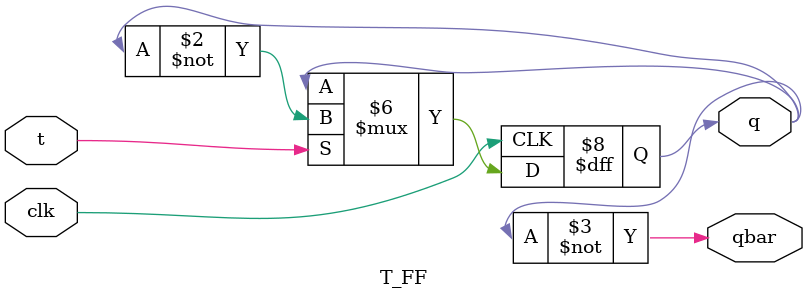
<source format=v>
`timescale 1ns / 1ps

module T_FF(
    input t,clk,
    output reg q=0,
    output qbar
    );
    always @(posedge clk) begin
    if(t)
    q<=~q; 
    else  q<=q;
    end
    assign qbar=~q;
endmodule
</source>
